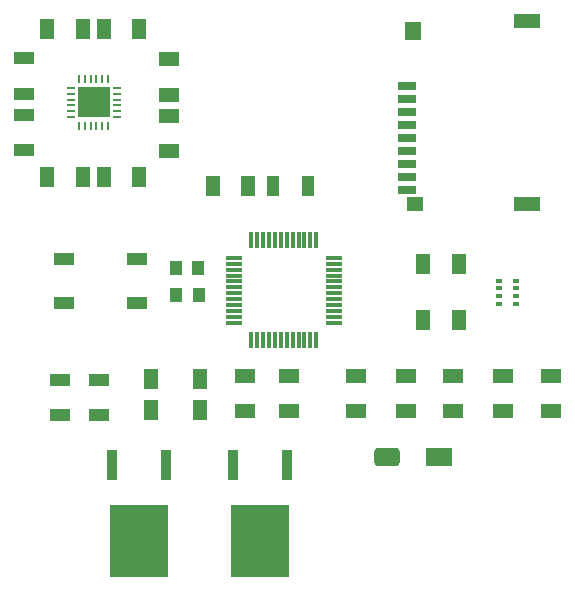
<source format=gtp>
G04*
G04 #@! TF.GenerationSoftware,Altium Limited,Altium Designer,21.1.1 (26)*
G04*
G04 Layer_Color=8421504*
%FSLAX25Y25*%
%MOIN*%
G70*
G04*
G04 #@! TF.SameCoordinates,04740601-0AD8-466E-96FA-1E4AED34599A*
G04*
G04*
G04 #@! TF.FilePolarity,Positive*
G04*
G01*
G75*
%ADD18R,0.06299X0.02756*%
%ADD19R,0.05512X0.04724*%
%ADD20R,0.08661X0.04724*%
%ADD21R,0.05512X0.06299*%
%ADD22R,0.04842X0.07087*%
%ADD23R,0.01181X0.05709*%
%ADD24R,0.05709X0.01181*%
%ADD25R,0.03740X0.10236*%
%ADD26R,0.19291X0.24410*%
%ADD27R,0.07087X0.04331*%
G04:AMPARAMS|DCode=28|XSize=62.99mil|YSize=86.61mil|CornerRadius=15.75mil|HoleSize=0mil|Usage=FLASHONLY|Rotation=270.000|XOffset=0mil|YOffset=0mil|HoleType=Round|Shape=RoundedRectangle|*
%AMROUNDEDRECTD28*
21,1,0.06299,0.05512,0,0,270.0*
21,1,0.03150,0.08661,0,0,270.0*
1,1,0.03150,-0.02756,-0.01575*
1,1,0.03150,-0.02756,0.01575*
1,1,0.03150,0.02756,0.01575*
1,1,0.03150,0.02756,-0.01575*
%
%ADD28ROUNDEDRECTD28*%
%ADD29R,0.08661X0.06299*%
%ADD30R,0.04528X0.07087*%
%ADD31R,0.07087X0.03937*%
%ADD32R,0.04331X0.05118*%
%ADD33R,0.07087X0.04528*%
%ADD34R,0.01968X0.01378*%
%ADD35R,0.03937X0.07087*%
%ADD36R,0.03150X0.00984*%
%ADD37R,0.00984X0.03150*%
%ADD38R,0.10630X0.10236*%
D18*
X136122Y170571D02*
D03*
Y166240D02*
D03*
Y161909D02*
D03*
Y157579D02*
D03*
Y153248D02*
D03*
Y148917D02*
D03*
Y144587D02*
D03*
Y140256D02*
D03*
Y135925D02*
D03*
D19*
X138484Y131201D02*
D03*
D20*
X175886D02*
D03*
X175886Y192224D02*
D03*
D21*
X138091Y188681D02*
D03*
D22*
X66831Y62520D02*
D03*
D03*
Y72835D02*
D03*
X50590Y62402D02*
D03*
D03*
Y72716D02*
D03*
D23*
X84079Y118996D02*
D03*
X86047D02*
D03*
X88016D02*
D03*
X89984D02*
D03*
X91953D02*
D03*
X93921D02*
D03*
X95890D02*
D03*
X97858D02*
D03*
X99827D02*
D03*
X101795D02*
D03*
X103764D02*
D03*
X105732D02*
D03*
Y85728D02*
D03*
X103764D02*
D03*
X101795D02*
D03*
X99827D02*
D03*
X97858D02*
D03*
X95890D02*
D03*
X93921D02*
D03*
X91953D02*
D03*
X89984D02*
D03*
X88016D02*
D03*
X86047D02*
D03*
X84079D02*
D03*
D24*
X111539Y113189D02*
D03*
Y111221D02*
D03*
Y109252D02*
D03*
Y107283D02*
D03*
Y105315D02*
D03*
Y103347D02*
D03*
Y101378D02*
D03*
Y99410D02*
D03*
Y97441D02*
D03*
Y95473D02*
D03*
Y93504D02*
D03*
Y91535D02*
D03*
X78272D02*
D03*
Y93504D02*
D03*
Y95473D02*
D03*
Y97441D02*
D03*
Y99410D02*
D03*
Y101378D02*
D03*
Y103347D02*
D03*
Y105315D02*
D03*
Y107283D02*
D03*
Y109252D02*
D03*
Y111221D02*
D03*
Y113189D02*
D03*
D25*
X96008Y44291D02*
D03*
X78055D02*
D03*
X37701D02*
D03*
X55654D02*
D03*
D26*
X87032Y18701D02*
D03*
X46677D02*
D03*
D27*
X21555Y98228D02*
D03*
X45965D02*
D03*
Y112795D02*
D03*
X21555D02*
D03*
D28*
X129331Y46752D02*
D03*
D29*
X146653D02*
D03*
D30*
X153150Y111221D02*
D03*
Y92520D02*
D03*
X34874Y189370D02*
D03*
X46685D02*
D03*
X16142D02*
D03*
X27953D02*
D03*
Y140157D02*
D03*
X16142D02*
D03*
X71161Y137008D02*
D03*
X82972D02*
D03*
X46685Y140157D02*
D03*
X34874D02*
D03*
X141339Y111221D02*
D03*
Y92520D02*
D03*
D31*
X8425Y160894D02*
D03*
Y149083D02*
D03*
Y179626D02*
D03*
Y167815D02*
D03*
X20472Y72539D02*
D03*
Y60728D02*
D03*
X33465D02*
D03*
Y72539D02*
D03*
D32*
X66510Y100861D02*
D03*
X59002Y109855D02*
D03*
Y100800D02*
D03*
X66446Y109873D02*
D03*
D33*
X183882Y73834D02*
D03*
Y62023D02*
D03*
X168134Y73834D02*
D03*
Y62023D02*
D03*
X151402Y73834D02*
D03*
Y62023D02*
D03*
X135653Y73834D02*
D03*
Y62023D02*
D03*
X118921D02*
D03*
Y73834D02*
D03*
X96752Y62008D02*
D03*
Y73819D02*
D03*
X82087Y62106D02*
D03*
Y73917D02*
D03*
X56496Y179331D02*
D03*
Y167520D02*
D03*
Y160598D02*
D03*
Y148787D02*
D03*
D34*
X166500Y100400D02*
D03*
Y105518D02*
D03*
X172209Y100400D02*
D03*
Y102959D02*
D03*
Y105518D02*
D03*
D03*
D03*
D03*
D03*
D03*
X166500D02*
D03*
Y102959D02*
D03*
X172209Y97841D02*
D03*
X166500D02*
D03*
D35*
X103039Y137008D02*
D03*
X91228D02*
D03*
D36*
X39173Y160039D02*
D03*
Y162008D02*
D03*
Y163976D02*
D03*
Y165945D02*
D03*
Y167913D02*
D03*
Y169882D02*
D03*
X23819D02*
D03*
Y167913D02*
D03*
Y165945D02*
D03*
Y163976D02*
D03*
Y162008D02*
D03*
Y160039D02*
D03*
D37*
X36417Y172638D02*
D03*
X34449D02*
D03*
X32480D02*
D03*
X30512D02*
D03*
X28543D02*
D03*
X26575D02*
D03*
Y157283D02*
D03*
X28543D02*
D03*
X30512D02*
D03*
X32480D02*
D03*
X34449D02*
D03*
X36417D02*
D03*
D38*
X31496Y164961D02*
D03*
M02*

</source>
